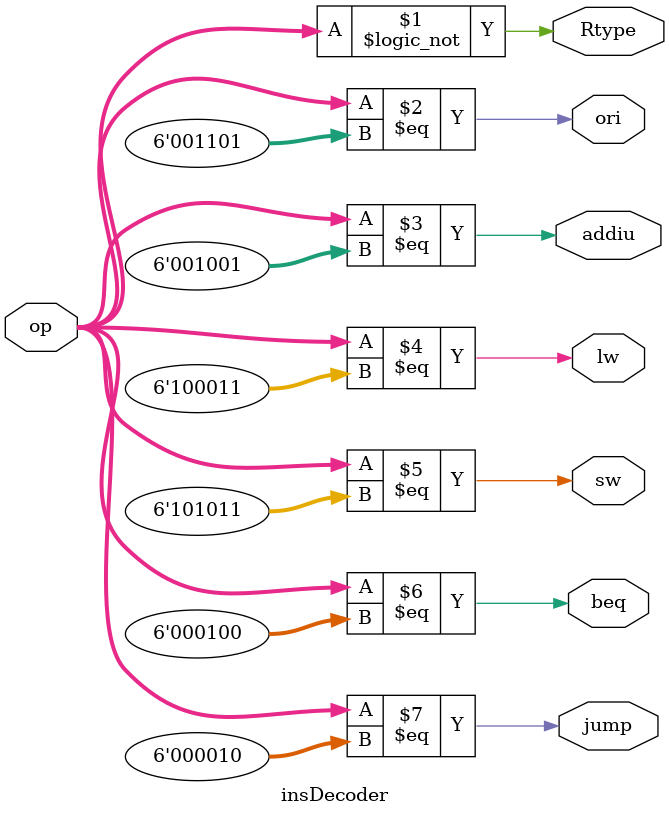
<source format=v>
module insDecoder(
    input[5:0] op,
    output Rtype,
    output ori,
    output addiu,
    output lw,
    output sw,
    output beq,
    output jump
);

    assign Rtype = (op == 6'b000000);
    assign ori = (op == 6'b001101);
    assign addiu = (op == 6'b001001);
    assign lw = (op == 6'b100011);
    assign sw = (op == 6'b101011);
    assign beq = (op == 6'b000100);
    assign jump = (op == 6'b000010);


endmodule
</source>
